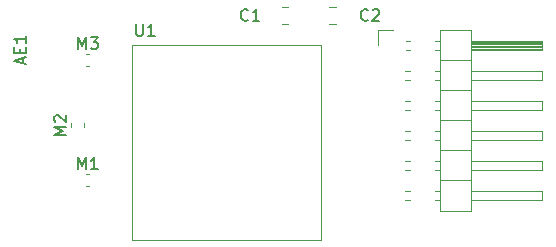
<source format=gbr>
%TF.GenerationSoftware,KiCad,Pcbnew,7.0.1*%
%TF.CreationDate,2023-03-26T17:15:59+02:00*%
%TF.ProjectId,AS4432_868_PMOD,41533434-3332-45f3-9836-385f504d4f44,rev?*%
%TF.SameCoordinates,Original*%
%TF.FileFunction,Legend,Top*%
%TF.FilePolarity,Positive*%
%FSLAX46Y46*%
G04 Gerber Fmt 4.6, Leading zero omitted, Abs format (unit mm)*
G04 Created by KiCad (PCBNEW 7.0.1) date 2023-03-26 17:15:59*
%MOMM*%
%LPD*%
G01*
G04 APERTURE LIST*
%ADD10C,0.150000*%
%ADD11C,0.120000*%
G04 APERTURE END LIST*
D10*
%TO.C,U1*%
X128143095Y-41372619D02*
X128143095Y-42182142D01*
X128143095Y-42182142D02*
X128190714Y-42277380D01*
X128190714Y-42277380D02*
X128238333Y-42325000D01*
X128238333Y-42325000D02*
X128333571Y-42372619D01*
X128333571Y-42372619D02*
X128524047Y-42372619D01*
X128524047Y-42372619D02*
X128619285Y-42325000D01*
X128619285Y-42325000D02*
X128666904Y-42277380D01*
X128666904Y-42277380D02*
X128714523Y-42182142D01*
X128714523Y-42182142D02*
X128714523Y-41372619D01*
X129714523Y-42372619D02*
X129143095Y-42372619D01*
X129428809Y-42372619D02*
X129428809Y-41372619D01*
X129428809Y-41372619D02*
X129333571Y-41515476D01*
X129333571Y-41515476D02*
X129238333Y-41610714D01*
X129238333Y-41610714D02*
X129143095Y-41658333D01*
%TO.C,M1*%
X123242976Y-53642619D02*
X123242976Y-52642619D01*
X123242976Y-52642619D02*
X123576309Y-53356904D01*
X123576309Y-53356904D02*
X123909642Y-52642619D01*
X123909642Y-52642619D02*
X123909642Y-53642619D01*
X124909642Y-53642619D02*
X124338214Y-53642619D01*
X124623928Y-53642619D02*
X124623928Y-52642619D01*
X124623928Y-52642619D02*
X124528690Y-52785476D01*
X124528690Y-52785476D02*
X124433452Y-52880714D01*
X124433452Y-52880714D02*
X124338214Y-52928333D01*
%TO.C,C1*%
X137628333Y-41007380D02*
X137580714Y-41055000D01*
X137580714Y-41055000D02*
X137437857Y-41102619D01*
X137437857Y-41102619D02*
X137342619Y-41102619D01*
X137342619Y-41102619D02*
X137199762Y-41055000D01*
X137199762Y-41055000D02*
X137104524Y-40959761D01*
X137104524Y-40959761D02*
X137056905Y-40864523D01*
X137056905Y-40864523D02*
X137009286Y-40674047D01*
X137009286Y-40674047D02*
X137009286Y-40531190D01*
X137009286Y-40531190D02*
X137056905Y-40340714D01*
X137056905Y-40340714D02*
X137104524Y-40245476D01*
X137104524Y-40245476D02*
X137199762Y-40150238D01*
X137199762Y-40150238D02*
X137342619Y-40102619D01*
X137342619Y-40102619D02*
X137437857Y-40102619D01*
X137437857Y-40102619D02*
X137580714Y-40150238D01*
X137580714Y-40150238D02*
X137628333Y-40197857D01*
X138580714Y-41102619D02*
X138009286Y-41102619D01*
X138295000Y-41102619D02*
X138295000Y-40102619D01*
X138295000Y-40102619D02*
X138199762Y-40245476D01*
X138199762Y-40245476D02*
X138104524Y-40340714D01*
X138104524Y-40340714D02*
X138009286Y-40388333D01*
%TO.C,M2*%
X122222619Y-50734523D02*
X121222619Y-50734523D01*
X121222619Y-50734523D02*
X121936904Y-50401190D01*
X121936904Y-50401190D02*
X121222619Y-50067857D01*
X121222619Y-50067857D02*
X122222619Y-50067857D01*
X121317857Y-49639285D02*
X121270238Y-49591666D01*
X121270238Y-49591666D02*
X121222619Y-49496428D01*
X121222619Y-49496428D02*
X121222619Y-49258333D01*
X121222619Y-49258333D02*
X121270238Y-49163095D01*
X121270238Y-49163095D02*
X121317857Y-49115476D01*
X121317857Y-49115476D02*
X121413095Y-49067857D01*
X121413095Y-49067857D02*
X121508333Y-49067857D01*
X121508333Y-49067857D02*
X121651190Y-49115476D01*
X121651190Y-49115476D02*
X122222619Y-49686904D01*
X122222619Y-49686904D02*
X122222619Y-49067857D01*
%TO.C,M3*%
X123242976Y-43482619D02*
X123242976Y-42482619D01*
X123242976Y-42482619D02*
X123576309Y-43196904D01*
X123576309Y-43196904D02*
X123909642Y-42482619D01*
X123909642Y-42482619D02*
X123909642Y-43482619D01*
X124290595Y-42482619D02*
X124909642Y-42482619D01*
X124909642Y-42482619D02*
X124576309Y-42863571D01*
X124576309Y-42863571D02*
X124719166Y-42863571D01*
X124719166Y-42863571D02*
X124814404Y-42911190D01*
X124814404Y-42911190D02*
X124862023Y-42958809D01*
X124862023Y-42958809D02*
X124909642Y-43054047D01*
X124909642Y-43054047D02*
X124909642Y-43292142D01*
X124909642Y-43292142D02*
X124862023Y-43387380D01*
X124862023Y-43387380D02*
X124814404Y-43435000D01*
X124814404Y-43435000D02*
X124719166Y-43482619D01*
X124719166Y-43482619D02*
X124433452Y-43482619D01*
X124433452Y-43482619D02*
X124338214Y-43435000D01*
X124338214Y-43435000D02*
X124290595Y-43387380D01*
%TO.C,AE1*%
X118536904Y-44696666D02*
X118536904Y-44220476D01*
X118822619Y-44791904D02*
X117822619Y-44458571D01*
X117822619Y-44458571D02*
X118822619Y-44125238D01*
X118298809Y-43791904D02*
X118298809Y-43458571D01*
X118822619Y-43315714D02*
X118822619Y-43791904D01*
X118822619Y-43791904D02*
X117822619Y-43791904D01*
X117822619Y-43791904D02*
X117822619Y-43315714D01*
X118822619Y-42363333D02*
X118822619Y-42934761D01*
X118822619Y-42649047D02*
X117822619Y-42649047D01*
X117822619Y-42649047D02*
X117965476Y-42744285D01*
X117965476Y-42744285D02*
X118060714Y-42839523D01*
X118060714Y-42839523D02*
X118108333Y-42934761D01*
%TO.C,C2*%
X147788333Y-41007380D02*
X147740714Y-41055000D01*
X147740714Y-41055000D02*
X147597857Y-41102619D01*
X147597857Y-41102619D02*
X147502619Y-41102619D01*
X147502619Y-41102619D02*
X147359762Y-41055000D01*
X147359762Y-41055000D02*
X147264524Y-40959761D01*
X147264524Y-40959761D02*
X147216905Y-40864523D01*
X147216905Y-40864523D02*
X147169286Y-40674047D01*
X147169286Y-40674047D02*
X147169286Y-40531190D01*
X147169286Y-40531190D02*
X147216905Y-40340714D01*
X147216905Y-40340714D02*
X147264524Y-40245476D01*
X147264524Y-40245476D02*
X147359762Y-40150238D01*
X147359762Y-40150238D02*
X147502619Y-40102619D01*
X147502619Y-40102619D02*
X147597857Y-40102619D01*
X147597857Y-40102619D02*
X147740714Y-40150238D01*
X147740714Y-40150238D02*
X147788333Y-40197857D01*
X148169286Y-40197857D02*
X148216905Y-40150238D01*
X148216905Y-40150238D02*
X148312143Y-40102619D01*
X148312143Y-40102619D02*
X148550238Y-40102619D01*
X148550238Y-40102619D02*
X148645476Y-40150238D01*
X148645476Y-40150238D02*
X148693095Y-40197857D01*
X148693095Y-40197857D02*
X148740714Y-40293095D01*
X148740714Y-40293095D02*
X148740714Y-40388333D01*
X148740714Y-40388333D02*
X148693095Y-40531190D01*
X148693095Y-40531190D02*
X148121667Y-41102619D01*
X148121667Y-41102619D02*
X148740714Y-41102619D01*
D11*
%TO.C,J1*%
X148590000Y-41910000D02*
X149860000Y-41910000D01*
X148590000Y-43180000D02*
X148590000Y-41910000D01*
X150902929Y-45340000D02*
X151357071Y-45340000D01*
X150902929Y-46100000D02*
X151357071Y-46100000D01*
X150902929Y-47880000D02*
X151357071Y-47880000D01*
X150902929Y-48640000D02*
X151357071Y-48640000D01*
X150902929Y-50420000D02*
X151357071Y-50420000D01*
X150902929Y-51180000D02*
X151357071Y-51180000D01*
X150902929Y-52960000D02*
X151357071Y-52960000D01*
X150902929Y-53720000D02*
X151357071Y-53720000D01*
X150902929Y-55500000D02*
X151357071Y-55500000D01*
X150902929Y-56260000D02*
X151357071Y-56260000D01*
X150970000Y-42800000D02*
X151357071Y-42800000D01*
X150970000Y-43560000D02*
X151357071Y-43560000D01*
X153442929Y-42800000D02*
X153840000Y-42800000D01*
X153442929Y-43560000D02*
X153840000Y-43560000D01*
X153442929Y-45340000D02*
X153840000Y-45340000D01*
X153442929Y-46100000D02*
X153840000Y-46100000D01*
X153442929Y-47880000D02*
X153840000Y-47880000D01*
X153442929Y-48640000D02*
X153840000Y-48640000D01*
X153442929Y-50420000D02*
X153840000Y-50420000D01*
X153442929Y-51180000D02*
X153840000Y-51180000D01*
X153442929Y-52960000D02*
X153840000Y-52960000D01*
X153442929Y-53720000D02*
X153840000Y-53720000D01*
X153442929Y-55500000D02*
X153840000Y-55500000D01*
X153442929Y-56260000D02*
X153840000Y-56260000D01*
X153840000Y-41850000D02*
X153840000Y-57210000D01*
X153840000Y-44450000D02*
X156500000Y-44450000D01*
X153840000Y-46990000D02*
X156500000Y-46990000D01*
X153840000Y-49530000D02*
X156500000Y-49530000D01*
X153840000Y-52070000D02*
X156500000Y-52070000D01*
X153840000Y-54610000D02*
X156500000Y-54610000D01*
X153840000Y-57210000D02*
X156500000Y-57210000D01*
X156500000Y-41850000D02*
X153840000Y-41850000D01*
X156500000Y-42800000D02*
X162500000Y-42800000D01*
X156500000Y-42860000D02*
X162500000Y-42860000D01*
X156500000Y-42980000D02*
X162500000Y-42980000D01*
X156500000Y-43100000D02*
X162500000Y-43100000D01*
X156500000Y-43220000D02*
X162500000Y-43220000D01*
X156500000Y-43340000D02*
X162500000Y-43340000D01*
X156500000Y-43460000D02*
X162500000Y-43460000D01*
X156500000Y-45340000D02*
X162500000Y-45340000D01*
X156500000Y-47880000D02*
X162500000Y-47880000D01*
X156500000Y-50420000D02*
X162500000Y-50420000D01*
X156500000Y-52960000D02*
X162500000Y-52960000D01*
X156500000Y-55500000D02*
X162500000Y-55500000D01*
X156500000Y-57210000D02*
X156500000Y-41850000D01*
X162500000Y-42800000D02*
X162500000Y-43560000D01*
X162500000Y-43560000D02*
X156500000Y-43560000D01*
X162500000Y-45340000D02*
X162500000Y-46100000D01*
X162500000Y-46100000D02*
X156500000Y-46100000D01*
X162500000Y-47880000D02*
X162500000Y-48640000D01*
X162500000Y-48640000D02*
X156500000Y-48640000D01*
X162500000Y-50420000D02*
X162500000Y-51180000D01*
X162500000Y-51180000D02*
X156500000Y-51180000D01*
X162500000Y-52960000D02*
X162500000Y-53720000D01*
X162500000Y-53720000D02*
X156500000Y-53720000D01*
X162500000Y-55500000D02*
X162500000Y-56260000D01*
X162500000Y-56260000D02*
X156500000Y-56260000D01*
%TO.C,U1*%
X143826500Y-59690000D02*
X127826500Y-59690000D01*
X127826500Y-59690000D02*
X127826500Y-43180000D01*
X127826500Y-43180000D02*
X143826500Y-43180000D01*
X143826500Y-43180000D02*
X143826500Y-59690000D01*
%TO.C,M1*%
X123906233Y-54100000D02*
X124198767Y-54100000D01*
X123906233Y-55120000D02*
X124198767Y-55120000D01*
%TO.C,C1*%
X140998752Y-41375000D02*
X140476248Y-41375000D01*
X140998752Y-39905000D02*
X140476248Y-39905000D01*
%TO.C,M2*%
X122680000Y-50096267D02*
X122680000Y-49753733D01*
X123700000Y-50096267D02*
X123700000Y-49753733D01*
%TO.C,M3*%
X123906233Y-43940000D02*
X124198767Y-43940000D01*
X123906233Y-44960000D02*
X124198767Y-44960000D01*
%TO.C,C2*%
X144518748Y-39905000D02*
X145041252Y-39905000D01*
X144518748Y-41375000D02*
X145041252Y-41375000D01*
%TD*%
M02*

</source>
